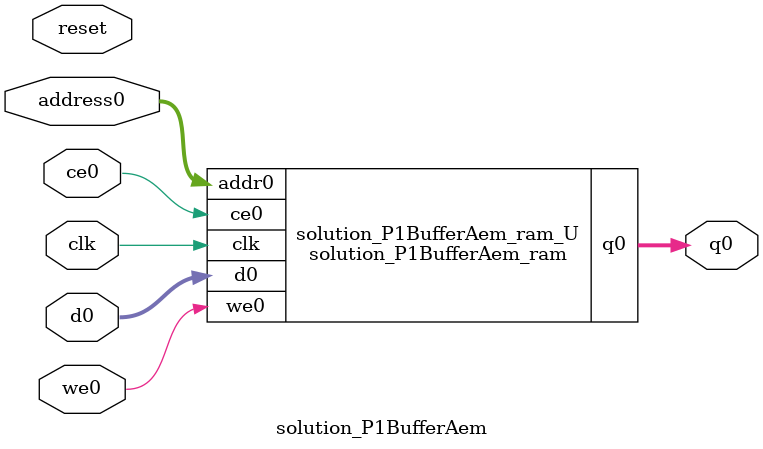
<source format=v>

`timescale 1 ns / 1 ps
module solution_P1BufferAem_ram (addr0, ce0, d0, we0, q0,  clk);

parameter DWIDTH = 8;
parameter AWIDTH = 18;
parameter MEM_SIZE = 248000;

input[AWIDTH-1:0] addr0;
input ce0;
input[DWIDTH-1:0] d0;
input we0;
output reg[DWIDTH-1:0] q0;
input clk;

(* ram_style = "block" *)reg [DWIDTH-1:0] ram[0:MEM_SIZE-1];




always @(posedge clk)  
begin 
    if (ce0) 
    begin
        if (we0) 
        begin 
            ram[addr0] <= d0; 
            q0 <= d0;
        end 
        else 
            q0 <= ram[addr0];
    end
end


endmodule


`timescale 1 ns / 1 ps
module solution_P1BufferAem(
    reset,
    clk,
    address0,
    ce0,
    we0,
    d0,
    q0);

parameter DataWidth = 32'd8;
parameter AddressRange = 32'd248000;
parameter AddressWidth = 32'd18;
input reset;
input clk;
input[AddressWidth - 1:0] address0;
input ce0;
input we0;
input[DataWidth - 1:0] d0;
output[DataWidth - 1:0] q0;



solution_P1BufferAem_ram solution_P1BufferAem_ram_U(
    .clk( clk ),
    .addr0( address0 ),
    .ce0( ce0 ),
    .we0( we0 ),
    .d0( d0 ),
    .q0( q0 ));

endmodule


</source>
